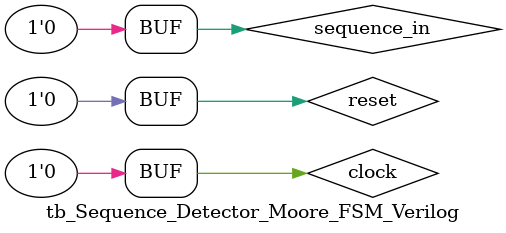
<source format=v>
module Sequence_Detector_MOORE_Verilog(sequence_in,clock,reset,detector_out);
input clock; // clock signal
input reset; // reset input
input sequence_in; // binary input
output reg detector_out; // output of the sequence detector
parameter  Zero=4'b0001, // "Zero" State
  One=4'b0010, // "One" State
  Two=4'b0100, // "OneZero" State
  Three=4'b1000; // "OnceZeroOne" State
reg [3:0] current_state, next_state; // current state and next state
// sequential memory of the Moore FSM
always @(posedge clock, posedge reset)
begin
 if(reset==1) 
 current_state <= Zero;// when reset=1, reset the state of the FSM to "Zero" State
 else
 current_state <= next_state; // otherwise, next state
end 
// combinational logic of the Moore FSM to determine next state 
always @(current_state,sequence_in)
begin
 case(current_state) 
 Zero:begin
  if(sequence_in==1)
   next_state <= One;
  else
   next_state <= Zero;
 end
 One:begin
  if(sequence_in==1)
   next_state <= Two;
  else
   next_state <= Zero;
 end
 Two:begin
  if(sequence_in==1)
   next_state <= Three;
  else
   next_state <= Zero;
 end 
 Three:begin
  if(sequence_in==1)
   next_state <= Three;
  else
   next_state <= Zero;
 end
 default:next_state <= Zero;
 endcase
end
// combinational logic to determine the output of the Moore FSM, output only depends on current state
always @(current_state)
begin 
 case(current_state) 
 Zero:   detector_out <= 0;
 One:   detector_out <= 0;
Two:  detector_out <= 0;
Three:  detector_out <= 1;
 default:  detector_out <= 0;
 endcase
end 
endmodule

`timescale 1ns / 1ps

module tb_Sequence_Detector_Moore_FSM_Verilog;

 // Inputs
 reg sequence_in;
 reg clock;
 reg reset;

 // Outputs
 wire detector_out;

 // Instantiate the Sequence Detector using Moore FSM
 Sequence_Detector_MOORE_Verilog uut (
  .sequence_in(sequence_in), 
  .clock(clock), 
  .reset(reset), 
  .detector_out(detector_out)
 );
 initial begin
 clock = 0;
#5 clock = ~clock;
#5 clock = ~clock;
#5 clock = ~clock;
#5 clock = ~clock;
#5 clock = ~clock;
#5 clock = ~clock;
#5 clock = ~clock;
#5 clock = ~clock;
#5 clock = ~clock;
#5 clock = ~clock;
#5 clock = ~clock;
#5 clock = ~clock;
#5 clock = ~clock;
#5 clock = ~clock;
#5 clock = ~clock;
#5 clock = ~clock;
#5 clock = ~clock;
#5 clock = ~clock;
#5 clock = ~clock;
#5 clock = ~clock;
#5 clock = ~clock;
#5 clock = ~clock;
#5 clock = ~clock;
#5 clock = ~clock;
#5 clock = ~clock;
#5 clock = ~clock;
#5 clock = ~clock;
#5 clock = ~clock;
#5 clock = ~clock;
#5 clock = ~clock;
#5 clock = ~clock;
#5 clock = ~clock;
#5 clock = ~clock;
#5 clock = ~clock;
#5 clock = ~clock;
#5 clock = ~clock;
#5 clock = ~clock;
#5 clock = ~clock;
#5 clock = ~clock;
#5 clock = ~clock;
#5 clock = ~clock;
#5 clock = ~clock;
#5 clock = ~clock;
#5 clock = ~clock;
#5 clock = ~clock;
#5 clock = ~clock;
#5 clock = ~clock;
#5 clock = ~clock;
#5 clock = ~clock;
#5 clock = ~clock;
#5 clock = ~clock;
#5 clock = ~clock;
#5 clock = ~clock;
#5 clock = ~clock;
#5 clock = ~clock;
#5 clock = ~clock;
#5 clock = ~clock;
#5 clock = ~clock;
#5 clock = ~clock;
#5 clock = ~clock;
#5 clock = ~clock;
#5 clock = ~clock;
#5 clock = ~clock;
#5 clock = ~clock;
#5 clock = ~clock;
#5 clock = ~clock;
#5 clock = ~clock;
#5 clock = ~clock;
#5 clock = ~clock;
#5 clock = ~clock;
#5 clock = ~clock;
#5 clock = ~clock;
#5 clock = ~clock;
#5 clock = ~clock;
#5 clock = ~clock;
#5 clock = ~clock;
#5 clock = ~clock;
#5 clock = ~clock;
#5 clock = ~clock;
#5 clock = ~clock;
#5 clock = ~clock;
#5 clock = ~clock;
#5 clock = ~clock;
#5 clock = ~clock;
#5 clock = ~clock;
#5 clock = ~clock;
#5 clock = ~clock;
#5 clock = ~clock;
#5 clock = ~clock;
#5 clock = ~clock;

 end 
 initial begin
  // Initialize Inputs
  sequence_in = 0;
  reset = 1;
  // Wait 100 ns for global reset to finish
  #30;
      reset = 0;
  #40;
  sequence_in = 1;
  #10;
  sequence_in = 0;
  #10;
  sequence_in = 1; 
  #10;
  sequence_in = 1; 
  #10;
  sequence_in = 1; 
  #10;
  sequence_in = 0; 
  #20;
  sequence_in = 1; 
  #20;
  sequence_in = 0;  
  #10;
  sequence_in = 1; 
  #10;
  sequence_in = 1; 
  #10;
  sequence_in = 1; 
  #10;
  sequence_in = 1; 
  #10;
  sequence_in = 0; 
  // Add stimulus here

 end

initial 
    begin
        $dumpfile("test.vcd");
        $dumpvars;
    end

endmodule
</source>
